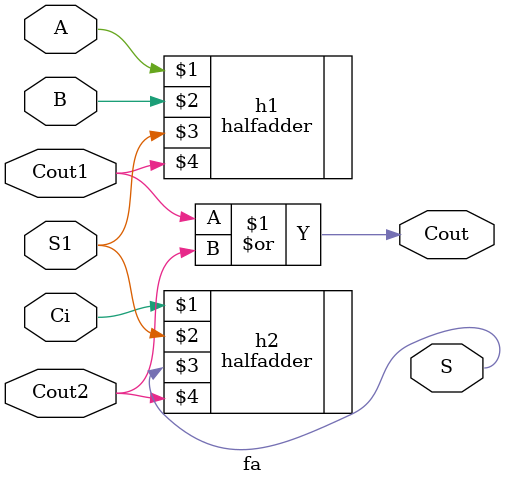
<source format=v>
`timescale 1ns / 1ps
module fa(
    input A,
    input B,
    inout S1,
    inout Cout1,
    inout Cout2,
    input Ci,
    output S,
    output Cout
    );
    halfadder h1(A, B, S1, Cout1);
    halfadder h2(Ci, S1, S, Cout2 );
    assign Cout=Cout1|Cout2;
endmodule

</source>
